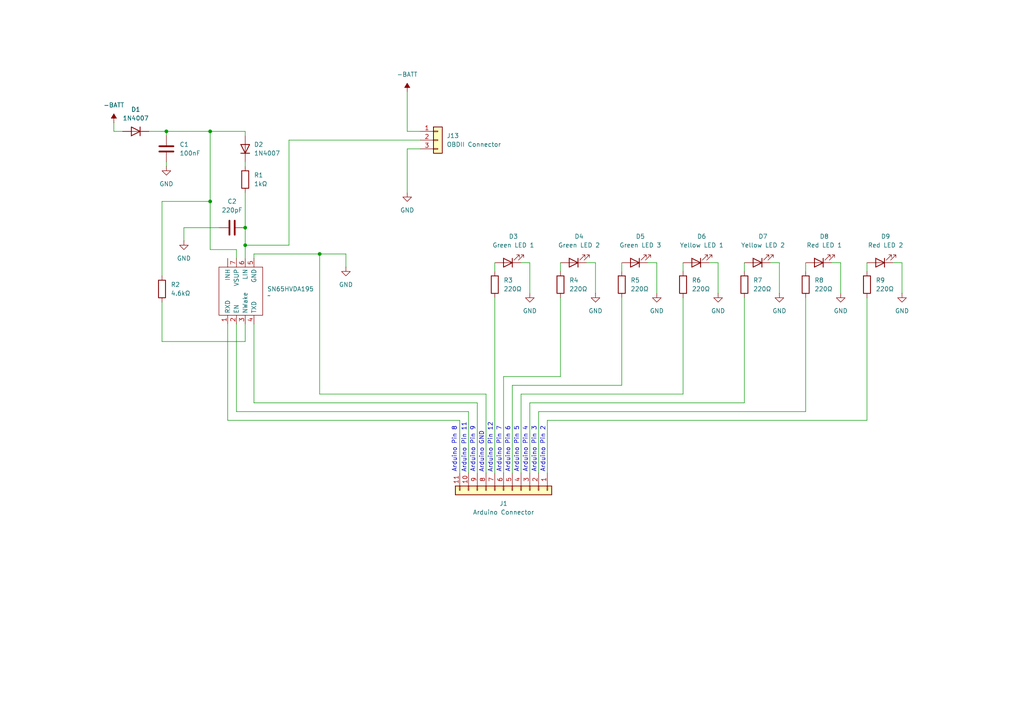
<source format=kicad_sch>
(kicad_sch (version 20231120) (generator "eeschema") (generator_version "8.0")
  (paper "A4")
  (title_block (title "DIY Shift Indicator") (date "2024-06-30") (rev "V1.0"))
  (lib_symbols
    (symbol "Connector_Generic:Conn_01x03" (pin_names (offset 1.016) hide)
      (property "Reference" "J" (at 0 5.08 0))
      (property "Value" "Conn_01x03" (at 0 -5.08 0))
      (symbol "Conn_01x03_1_1"
        (rectangle (start -1.27 -2.413) (end 0 -2.667) (stroke (width 0.1524)))
        (rectangle (start -1.27 0.127) (end 0 -0.127) (stroke (width 0.1524)))
        (rectangle (start -1.27 2.667) (end 0 2.413) (stroke (width 0.1524)))
        (rectangle (start -1.27 3.81) (end 1.27 -3.81) (stroke (width 0.254)) (fill (type background)))
        (pin passive line (at -5.08 2.54 0) (length 3.81) (name "Pin_1") (number "1"))
        (pin passive line (at -5.08 0 0) (length 3.81) (name "Pin_2") (number "2"))
        (pin passive line (at -5.08 -2.54 0) (length 3.81) (name "Pin_3") (number "3"))
      )
    )
    (symbol "Connector_Generic:Conn_01x11" (pin_names (offset 1.016) hide)
      (property "Reference" "J" (at 0 15.24 0))
      (property "Value" "Conn_01x11" (at 0 -15.24 0))
      (symbol "Conn_01x11_1_1"
        (rectangle (start -1.27 -12.573) (end 0 -12.827) (stroke (width 0.1524)))
        (rectangle (start -1.27 -10.033) (end 0 -10.287) (stroke (width 0.1524)))
        (rectangle (start -1.27 -7.493) (end 0 -7.747) (stroke (width 0.1524)))
        (rectangle (start -1.27 -4.953) (end 0 -5.207) (stroke (width 0.1524)))
        (rectangle (start -1.27 -2.413) (end 0 -2.667) (stroke (width 0.1524)))
        (rectangle (start -1.27 0.127) (end 0 -0.127) (stroke (width 0.1524)))
        (rectangle (start -1.27 2.667) (end 0 2.413) (stroke (width 0.1524)))
        (rectangle (start -1.27 5.207) (end 0 4.953) (stroke (width 0.1524)))
        (rectangle (start -1.27 7.747) (end 0 7.493) (stroke (width 0.1524)))
        (rectangle (start -1.27 10.287) (end 0 10.033) (stroke (width 0.1524)))
        (rectangle (start -1.27 12.827) (end 0 12.573) (stroke (width 0.1524)))
        (rectangle (start -1.27 13.97) (end 1.27 -13.97) (stroke (width 0.254)) (fill (type background)))
        (pin passive line (at -5.08 12.7 0) (length 3.81) (name "Pin_1") (number "1"))
        (pin passive line (at -5.08 -10.16 0) (length 3.81) (name "Pin_10") (number "10"))
        (pin passive line (at -5.08 -12.7 0) (length 3.81) (name "Pin_11") (number "11"))
        (pin passive line (at -5.08 10.16 0) (length 3.81) (name "Pin_2") (number "2"))
        (pin passive line (at -5.08 7.62 0) (length 3.81) (name "Pin_3") (number "3"))
        (pin passive line (at -5.08 5.08 0) (length 3.81) (name "Pin_4") (number "4"))
        (pin passive line (at -5.08 2.54 0) (length 3.81) (name "Pin_5") (number "5"))
        (pin passive line (at -5.08 0 0) (length 3.81) (name "Pin_6") (number "6"))
        (pin passive line (at -5.08 -2.54 0) (length 3.81) (name "Pin_7") (number "7"))
        (pin passive line (at -5.08 -5.08 0) (length 3.81) (name "Pin_8") (number "8"))
        (pin passive line (at -5.08 -7.62 0) (length 3.81) (name "Pin_9") (number "9"))
      )
    )
    (symbol "Custom:SN65HVDA195"
      (property "Reference" "SN65HVDA195" (at 0 0 0))
      (symbol "SN65HVDA195_0_1"
        (rectangle (start -7.62 -2.54) (end 6.35 -15.24))
      )
      (symbol "SN65HVDA195_1_1"
        (pin output line (at 8.89 -5.08 180) (length 2.54) (name "INH") (number ""))
        (pin output line (at -10.16 -5.08 0) (length 2.54) (name "RXD") (number "1"))
        (pin input line (at -10.16 -7.62 0) (length 2.54) (name "EN") (number "2"))
        (pin input line (at -10.16 -10.16 0) (length 2.54) (name "NWake") (number "3"))
        (pin input line (at -10.16 -12.7 0) (length 2.54) (name "TXD") (number "4"))
        (pin power_in line (at 8.89 -12.7 180) (length 2.54) (name "GND") (number "5"))
        (pin bidirectional line (at 8.89 -10.16 180) (length 2.54) (name "LIN") (number "6"))
        (pin power_in line (at 8.89 -7.62 180) (length 2.54) (name "VSUP") (number "7"))
      )
    )
    (symbol "Device:C" (pin_numbers hide) (pin_names (offset 0.254))
      (property "Reference" "C" (at 0.635 2.54 0))
      (property "Value" "C" (at 0.635 -2.54 0))
      (symbol "C_0_1"
        (polyline (pts (xy -2.032 -0.762) (xy 2.032 -0.762)) (stroke (width 0.508)))
        (polyline (pts (xy -2.032 0.762) (xy 2.032 0.762)) (stroke (width 0.508)))
      )
      (symbol "C_1_1"
        (pin passive line (at 0 3.81 270) (length 2.794) (name "~") (number "1"))
        (pin passive line (at 0 -3.81 90) (length 2.794) (name "~") (number "2"))
      )
    )
    (symbol "Device:LED" (pin_numbers hide) (pin_names (offset 1.016) hide)
      (property "Reference" "D" (at 0 2.54 0))
      (property "Value" "LED" (at 0 -2.54 0))
      (symbol "LED_0_1"
        (polyline (pts (xy -1.27 -1.27) (xy -1.27 1.27)) (stroke (width 0.254)))
        (polyline (pts (xy -1.27 0) (xy 1.27 0)))
        (polyline (pts (xy 1.27 -1.27) (xy 1.27 1.27) (xy -1.27 0) (xy 1.27 -1.27)) (stroke (width 0.254)))
        (polyline (pts (xy -3.048 -0.762) (xy -4.572 -2.286) (xy -3.81 -2.286) (xy -4.572 -2.286) (xy -4.572 -1.524)))
        (polyline (pts (xy -1.778 -0.762) (xy -3.302 -2.286) (xy -2.54 -2.286) (xy -3.302 -2.286) (xy -3.302 -1.524)))
      )
      (symbol "LED_1_1"
        (pin passive line (at -3.81 0 0) (length 2.54) (name "K") (number "1"))
        (pin passive line (at 3.81 0 180) (length 2.54) (name "A") (number "2"))
      )
    )
    (symbol "Device:R" (pin_numbers hide) (pin_names (offset 0))
      (property "Reference" "R" (at 2.032 0 90))
      (property "Value" "R" (at 0 0 90))
      (symbol "R_0_1"
        (rectangle (start -1.016 -2.54) (end 1.016 2.54) (stroke (width 0.254)))
      )
      (symbol "R_1_1"
        (pin passive line (at 0 3.81 270) (length 1.27) (name "~") (number "1"))
        (pin passive line (at 0 -3.81 90) (length 1.27) (name "~") (number "2"))
      )
    )
    (symbol "Diode:1N4007" (pin_numbers hide) (pin_names hide)
      (property "Reference" "D" (at 0 2.54 0))
      (property "Value" "1N4007" (at 0 -2.54 0))
      (symbol "1N4007_0_1"
        (polyline (pts (xy -1.27 1.27) (xy -1.27 -1.27)) (stroke (width 0.254)))
        (polyline (pts (xy 1.27 0) (xy -1.27 0)))
        (polyline (pts (xy 1.27 1.27) (xy 1.27 -1.27) (xy -1.27 0) (xy 1.27 1.27)) (stroke (width 0.254)))
      )
      (symbol "1N4007_1_1"
        (pin passive line (at -3.81 0 0) (length 2.54) (name "K") (number "1"))
        (pin passive line (at 3.81 0 180) (length 2.54) (name "A") (number "2"))
      )
    )
    (symbol "power:-BATT" (power) (pin_numbers hide) (pin_names (offset 0) hide)
      (property "Value" "-BATT" (at 0 3.556 0))
      (symbol "-BATT_0_1"
        (polyline (pts (xy 0 0) (xy 0 2.54)))
        (polyline (pts (xy 0.762 1.27) (xy -0.762 1.27) (xy 0 2.54) (xy 0.762 1.27)) (fill (type outline)))
      )
      (symbol "-BATT_1_1"
        (pin power_in line (at 0 0 90) (length 0) (name "~") (number "1"))
      )
    )
    (symbol "power:GND" (power) (pin_numbers hide) (pin_names (offset 0) hide)
      (property "Value" "GND" (at 0 -3.81 0))
      (symbol "GND_0_1"
        (polyline (pts (xy 0 0) (xy 0 -1.27) (xy 1.27 -1.27) (xy 0 -2.54) (xy -1.27 -1.27) (xy 0 -1.27)))
      )
      (symbol "GND_1_1"
        (pin power_in line (at 0 0 270) (length 0) (name "~") (number "1"))
      )
    )
  )
  (junction (at 60.96 38.1))
  (junction (at 60.96 58.42))
  (junction (at 92.71 73.66))
  (junction (at 71.12 66.04))
  (junction (at 48.26 38.1))
  (junction (at 71.12 71.12))
  (wire (pts (xy 162.56 76.2) (xy 162.56 78.74)))
  (wire (pts (xy 233.68 76.2) (xy 233.68 78.74)))
  (wire (pts (xy 190.5 76.2) (xy 190.5 85.09)))
  (wire (pts (xy 251.46 86.36) (xy 251.46 121.92)))
  (wire (pts (xy 187.96 76.2) (xy 190.5 76.2)))
  (wire (pts (xy 71.12 46.99) (xy 71.12 48.26)))
  (wire (pts (xy 68.58 72.39) (xy 60.96 72.39)))
  (wire (pts (xy 153.67 116.84) (xy 153.67 137.16)))
  (wire (pts (xy 68.58 119.38) (xy 135.89 119.38)))
  (wire (pts (xy 92.71 114.3) (xy 140.97 114.3)))
  (wire (pts (xy 226.06 76.2) (xy 226.06 85.09)))
  (wire (pts (xy 140.97 114.3) (xy 140.97 137.16)))
  (wire (pts (xy 233.68 119.38) (xy 156.21 119.38)))
  (wire (pts (xy 73.66 73.66) (xy 73.66 74.93)))
  (wire (pts (xy 158.75 121.92) (xy 158.75 137.16)))
  (wire (pts (xy 215.9 86.36) (xy 215.9 116.84)))
  (wire (pts (xy 66.04 121.92) (xy 133.35 121.92)))
  (wire (pts (xy 100.33 73.66) (xy 100.33 77.47)))
  (wire (pts (xy 146.05 109.22) (xy 146.05 137.16)))
  (wire (pts (xy 71.12 71.12) (xy 71.12 74.93)))
  (wire (pts (xy 68.58 74.93) (xy 68.58 72.39)))
  (wire (pts (xy 48.26 38.1) (xy 43.18 38.1)))
  (wire (pts (xy 92.71 73.66) (xy 92.71 114.3)))
  (wire (pts (xy 118.11 43.18) (xy 118.11 55.88)))
  (wire (pts (xy 63.5 66.04) (xy 53.34 66.04)))
  (wire (pts (xy 71.12 39.37) (xy 71.12 38.1)))
  (wire (pts (xy 35.56 38.1) (xy 33.02 38.1)))
  (wire (pts (xy 33.02 38.1) (xy 33.02 35.56)))
  (wire (pts (xy 151.13 114.3) (xy 151.13 137.16)))
  (wire (pts (xy 92.71 73.66) (xy 100.33 73.66)))
  (wire (pts (xy 71.12 99.06) (xy 71.12 93.98)))
  (wire (pts (xy 198.12 114.3) (xy 151.13 114.3)))
  (wire (pts (xy 66.04 93.98) (xy 66.04 121.92)))
  (wire (pts (xy 135.89 119.38) (xy 135.89 137.16)))
  (wire (pts (xy 46.99 58.42) (xy 60.96 58.42)))
  (wire (pts (xy 156.21 119.38) (xy 156.21 137.16)))
  (wire (pts (xy 205.74 76.2) (xy 208.28 76.2)))
  (wire (pts (xy 180.34 76.2) (xy 180.34 78.74)))
  (wire (pts (xy 143.51 86.36) (xy 143.51 137.16)))
  (wire (pts (xy 170.18 76.2) (xy 172.72 76.2)))
  (wire (pts (xy 172.72 76.2) (xy 172.72 85.09)))
  (wire (pts (xy 48.26 48.26) (xy 48.26 46.99)))
  (wire (pts (xy 138.43 116.84) (xy 138.43 137.16)))
  (wire (pts (xy 48.26 39.37) (xy 48.26 38.1)))
  (wire (pts (xy 83.82 40.64) (xy 83.82 71.12)))
  (wire (pts (xy 208.28 76.2) (xy 208.28 85.09)))
  (wire (pts (xy 151.13 76.2) (xy 153.67 76.2)))
  (wire (pts (xy 121.92 40.64) (xy 83.82 40.64)))
  (wire (pts (xy 48.26 38.1) (xy 60.96 38.1)))
  (wire (pts (xy 233.68 86.36) (xy 233.68 119.38)))
  (wire (pts (xy 73.66 116.84) (xy 138.43 116.84)))
  (wire (pts (xy 46.99 99.06) (xy 71.12 99.06)))
  (wire (pts (xy 215.9 76.2) (xy 215.9 78.74)))
  (wire (pts (xy 198.12 86.36) (xy 198.12 114.3)))
  (wire (pts (xy 68.58 93.98) (xy 68.58 119.38)))
  (wire (pts (xy 60.96 58.42) (xy 60.96 72.39)))
  (wire (pts (xy 73.66 73.66) (xy 92.71 73.66)))
  (wire (pts (xy 118.11 26.67) (xy 118.11 38.1)))
  (wire (pts (xy 83.82 71.12) (xy 71.12 71.12)))
  (wire (pts (xy 153.67 76.2) (xy 153.67 85.09)))
  (wire (pts (xy 60.96 38.1) (xy 60.96 58.42)))
  (wire (pts (xy 60.96 38.1) (xy 71.12 38.1)))
  (wire (pts (xy 148.59 111.76) (xy 148.59 137.16)))
  (wire (pts (xy 198.12 76.2) (xy 198.12 78.74)))
  (wire (pts (xy 73.66 93.98) (xy 73.66 116.84)))
  (wire (pts (xy 53.34 66.04) (xy 53.34 69.85)))
  (wire (pts (xy 223.52 76.2) (xy 226.06 76.2)))
  (wire (pts (xy 251.46 121.92) (xy 158.75 121.92)))
  (wire (pts (xy 251.46 76.2) (xy 251.46 78.74)))
  (wire (pts (xy 259.08 76.2) (xy 261.62 76.2)))
  (wire (pts (xy 180.34 86.36) (xy 180.34 111.76)))
  (wire (pts (xy 143.51 76.2) (xy 143.51 78.74)))
  (wire (pts (xy 261.62 76.2) (xy 261.62 85.09)))
  (wire (pts (xy 46.99 80.01) (xy 46.99 58.42)))
  (wire (pts (xy 243.84 76.2) (xy 243.84 85.09)))
  (wire (pts (xy 241.3 76.2) (xy 243.84 76.2)))
  (wire (pts (xy 162.56 109.22) (xy 146.05 109.22)))
  (wire (pts (xy 121.92 38.1) (xy 118.11 38.1)))
  (wire (pts (xy 71.12 55.88) (xy 71.12 66.04)))
  (wire (pts (xy 215.9 116.84) (xy 153.67 116.84)))
  (wire (pts (xy 71.12 66.04) (xy 71.12 71.12)))
  (wire (pts (xy 162.56 86.36) (xy 162.56 109.22)))
  (wire (pts (xy 180.34 111.76) (xy 148.59 111.76)))
  (wire (pts (xy 133.35 121.92) (xy 133.35 137.16)))
  (wire (pts (xy 121.92 43.18) (xy 118.11 43.18)))
  (wire (pts (xy 46.99 87.63) (xy 46.99 99.06)))
  (text "Arduino Pin 12" (at 142.24 129.794 90) (effects (font (size 1.27 1.27))))
  (text "Arduino Pin 8" (at 131.826 130.302 90) (effects (font (size 1.27 1.27))))
  (text "Arduino Pin 2" (at 157.48 130.302 90) (effects (font (size 1.27 1.27))))
  (text "Arduino GND" (at 139.7 131.064 90) (effects (font (size 1.27 1.27))))
  (text "Arduino Pin 11" (at 134.62 129.794 90) (effects (font (size 1.27 1.27))))
  (text "Arduino Pin 3" (at 154.94 130.302 90) (effects (font (size 1.27 1.27))))
  (text "Arduino Pin 4" (at 152.4 130.302 90) (effects (font (size 1.27 1.27))))
  (text "Arduino Pin 6" (at 147.32 130.302 90) (effects (font (size 1.27 1.27))))
  (text "Arduino Pin 5" (at 149.86 130.302 90) (effects (font (size 1.27 1.27))))
  (text "Arduino Pin 7" (at 144.78 130.302 90) (effects (font (size 1.27 1.27))))
  (text "Arduino Pin 9" (at 137.16 130.302 90) (effects (font (size 1.27 1.27))))
  (symbol (lib_id "Device:LED") (at 219.71 76.2 180) (unit 1)
    (property "Reference" "D7" (at 221.2975 68.58 0))
    (property "Value" "Yellow LED 2" (at 221.2975 71.12 0))
    (property "Footprint" "LED_SMD:LED_0603_1608Metric_Pad1.05x0.95mm_HandSolder" (effects (hide yes)))
    (property "Description" "Light emitting diode" (effects (hide yes)))
  )
  (symbol (lib_id "power:GND") (at 226.06 85.09 0) (unit 1)
    (property "Reference" "#PWR09" (effects (hide yes)))
    (property "Value" "GND" (at 226.06 90.17 0))
    (property "Description" "Power symbol creates a global label with name \"GND\" , ground" (effects (hide yes)))
  )
  (symbol (lib_id "Device:LED") (at 184.15 76.2 180) (unit 1)
    (property "Reference" "D5" (at 185.7375 68.58 0))
    (property "Value" "Green LED 3" (at 185.7375 71.12 0))
    (property "Footprint" "LED_SMD:LED_0603_1608Metric_Pad1.05x0.95mm_HandSolder" (effects (hide yes)))
    (property "Description" "Light emitting diode" (effects (hide yes)))
  )
  (symbol (lib_id "Device:C") (at 48.26 43.18 0) (unit 1)
    (property "Reference" "C1" (at 52.07 41.9099 0) (effects (justify left)))
    (property "Value" "100nF" (at 52.07 44.4499 0) (effects (justify left)))
    (property "Footprint" "Capacitor_SMD:C_0603_1608Metric_Pad1.08x0.95mm_HandSolder" (effects (hide yes)))
    (property "Description" "Unpolarized capacitor" (effects (hide yes)))
  )
  (symbol (lib_id "Connector_Generic:Conn_01x11") (at 146.05 142.24 270) (unit 1)
    (property "Reference" "J1" (at 146.05 146.05 90))
    (property "Value" "Arduino Connector" (at 146.05 148.59 90))
    (property "Description" "Generic connector, single row, 01x11, script generated (kicad-library-utils/schlib/autogen/connector/)" (effects (hide yes)))
  )
  (symbol (lib_id "power:GND") (at 172.72 85.09 0) (unit 1)
    (property "Reference" "#PWR06" (effects (hide yes)))
    (property "Value" "GND" (at 172.72 90.17 0))
    (property "Description" "Power symbol creates a global label with name \"GND\" , ground" (effects (hide yes)))
  )
  (symbol (lib_id "Device:R") (at 162.56 82.55 0) (unit 1)
    (property "Reference" "R4" (at 165.1 81.2799 0) (effects (justify left)))
    (property "Value" "220Ω" (at 165.1 83.8199 0) (effects (justify left)))
    (property "Footprint" "Resistor_SMD:R_0603_1608Metric_Pad0.98x0.95mm_HandSolder" (effects (hide yes)))
    (property "Description" "Resistor" (effects (hide yes)))
  )
  (symbol (lib_id "Device:R") (at 198.12 82.55 0) (unit 1)
    (property "Reference" "R6" (at 200.66 81.2799 0) (effects (justify left)))
    (property "Value" "220Ω" (at 200.66 83.8199 0) (effects (justify left)))
    (property "Footprint" "Resistor_SMD:R_0603_1608Metric_Pad0.98x0.95mm_HandSolder" (effects (hide yes)))
    (property "Description" "Resistor" (effects (hide yes)))
  )
  (symbol (lib_id "power:GND") (at 261.62 85.09 0) (unit 1)
    (property "Reference" "#PWR011" (effects (hide yes)))
    (property "Value" "GND" (at 261.62 90.17 0))
    (property "Description" "Power symbol creates a global label with name \"GND\" , ground" (effects (hide yes)))
  )
  (symbol (lib_id "power:GND") (at 153.67 85.09 0) (unit 1)
    (property "Reference" "#PWR05" (effects (hide yes)))
    (property "Value" "GND" (at 153.67 90.17 0))
    (property "Description" "Power symbol creates a global label with name \"GND\" , ground" (effects (hide yes)))
  )
  (symbol (lib_id "Device:LED") (at 237.49 76.2 180) (unit 1)
    (property "Reference" "D8" (at 239.0775 68.58 0))
    (property "Value" "Red LED 1" (at 239.0775 71.12 0))
    (property "Footprint" "LED_SMD:LED_0603_1608Metric_Pad1.05x0.95mm_HandSolder" (effects (hide yes)))
    (property "Description" "Light emitting diode" (effects (hide yes)))
  )
  (symbol (lib_id "Custom:SN65HVDA195") (at 60.96 83.82 90) (unit 1)
    (property "Reference" "SN65HVDA195" (at 77.47 83.8199 90) (effects (justify right)))
    (property "Value" "~" (at 77.47 85.725 90) (effects (justify right)))
    (property "Footprint" "Package_SO:SOIC-8_3.9x4.9mm_P1.27mm" (effects (hide yes)))
  )
  (symbol (lib_id "Device:C") (at 67.31 66.04 90) (unit 1)
    (property "Reference" "C2" (at 67.31 58.42 90))
    (property "Value" "220pF" (at 67.31 60.96 90))
    (property "Footprint" "Capacitor_SMD:C_0603_1608Metric_Pad1.08x0.95mm_HandSolder" (effects (hide yes)))
    (property "Description" "Unpolarized capacitor" (effects (hide yes)))
  )
  (symbol (lib_id "Device:R") (at 180.34 82.55 0) (unit 1)
    (property "Reference" "R5" (at 182.88 81.2799 0) (effects (justify left)))
    (property "Value" "220Ω" (at 182.88 83.8199 0) (effects (justify left)))
    (property "Footprint" "Resistor_SMD:R_0603_1608Metric_Pad0.98x0.95mm_HandSolder" (effects (hide yes)))
    (property "Description" "Resistor" (effects (hide yes)))
  )
  (symbol (lib_id "Device:R") (at 251.46 82.55 0) (unit 1)
    (property "Reference" "R9" (at 254 81.2799 0) (effects (justify left)))
    (property "Value" "220Ω" (at 254 83.8199 0) (effects (justify left)))
    (property "Footprint" "Resistor_SMD:R_0603_1608Metric_Pad0.98x0.95mm_HandSolder" (effects (hide yes)))
    (property "Description" "Resistor" (effects (hide yes)))
  )
  (symbol (lib_id "Device:R") (at 143.51 82.55 0) (unit 1)
    (property "Reference" "R3" (at 146.05 81.2799 0) (effects (justify left)))
    (property "Value" "220Ω" (at 146.05 83.8199 0) (effects (justify left)))
    (property "Footprint" "Resistor_SMD:R_0603_1608Metric_Pad0.98x0.95mm_HandSolder" (effects (hide yes)))
    (property "Description" "Resistor" (effects (hide yes)))
  )
  (symbol (lib_id "Diode:1N4007") (at 39.37 38.1 180) (unit 1)
    (property "Reference" "D1" (at 39.37 31.75 0))
    (property "Value" "1N4007" (at 39.37 34.29 0))
    (property "Footprint" "Diode_THT:D_DO-41_SOD81_P10.16mm_Horizontal" (effects (hide yes)))
    (property "Datasheet" "http://www.vishay.com/docs/88503/1n4001.pdf" (effects (hide yes)))
    (property "Description" "1000V 1A General Purpose Rectifier Diode, DO-41" (effects (hide yes)))
    (property "Sim.Device" "D" (effects (hide yes)))
    (property "Sim.Pins" "1=K 2=A" (effects (hide yes)))
  )
  (symbol (lib_id "power:GND") (at 243.84 85.09 0) (unit 1)
    (property "Reference" "#PWR010" (effects (hide yes)))
    (property "Value" "GND" (at 243.84 90.17 0))
    (property "Description" "Power symbol creates a global label with name \"GND\" , ground" (effects (hide yes)))
  )
  (symbol (lib_id "Device:R") (at 233.68 82.55 0) (unit 1)
    (property "Reference" "R8" (at 236.22 81.2799 0) (effects (justify left)))
    (property "Value" "220Ω" (at 236.22 83.8199 0) (effects (justify left)))
    (property "Footprint" "Resistor_SMD:R_0603_1608Metric_Pad0.98x0.95mm_HandSolder" (effects (hide yes)))
    (property "Description" "Resistor" (effects (hide yes)))
  )
  (symbol (lib_id "Device:R") (at 215.9 82.55 0) (unit 1)
    (property "Reference" "R7" (at 218.44 81.2799 0) (effects (justify left)))
    (property "Value" "220Ω" (at 218.44 83.8199 0) (effects (justify left)))
    (property "Footprint" "Resistor_SMD:R_0603_1608Metric_Pad0.98x0.95mm_HandSolder" (effects (hide yes)))
    (property "Description" "Resistor" (effects (hide yes)))
  )
  (symbol (lib_id "power:-BATT") (at 118.11 26.67 0) (unit 1)
    (property "Reference" "#PWR013" (effects (hide yes)))
    (property "Value" "-BATT" (at 118.11 21.59 0))
    (property "Description" "Power symbol creates a global label with name \"-BATT\"" (effects (hide yes)))
  )
  (symbol (lib_id "Connector_Generic:Conn_01x03") (at 127 40.64 0) (unit 1)
    (property "Reference" "J13" (at 129.54 39.3699 0) (effects (justify left)))
    (property "Value" "OBDII Connector" (at 129.54 41.9099 0) (effects (justify left)))
    (property "Description" "Generic connector, single row, 01x03, script generated (kicad-library-utils/schlib/autogen/connector/)" (effects (hide yes)))
  )
  (symbol (lib_id "Device:LED") (at 255.27 76.2 180) (unit 1)
    (property "Reference" "D9" (at 256.8575 68.58 0))
    (property "Value" "Red LED 2" (at 256.8575 71.12 0))
    (property "Footprint" "LED_SMD:LED_0603_1608Metric_Pad1.05x0.95mm_HandSolder" (effects (hide yes)))
    (property "Description" "Light emitting diode" (effects (hide yes)))
  )
  (symbol (lib_id "Device:LED") (at 166.37 76.2 180) (unit 1)
    (property "Reference" "D4" (at 167.9575 68.58 0))
    (property "Value" "Green LED 2" (at 167.9575 71.12 0))
    (property "Footprint" "LED_SMD:LED_0603_1608Metric_Pad1.05x0.95mm_HandSolder" (effects (hide yes)))
    (property "Description" "Light emitting diode" (effects (hide yes)))
  )
  (symbol (lib_id "power:-BATT") (at 33.02 35.56 0) (unit 1)
    (property "Reference" "#PWR01" (effects (hide yes)))
    (property "Value" "-BATT" (at 33.02 30.48 0))
    (property "Description" "Power symbol creates a global label with name \"-BATT\"" (effects (hide yes)))
  )
  (symbol (lib_id "Device:R") (at 71.12 52.07 0) (unit 1)
    (property "Reference" "R1" (at 73.66 50.7999 0) (effects (justify left)))
    (property "Value" "1kΩ" (at 73.66 53.3399 0) (effects (justify left)))
    (property "Footprint" "Resistor_SMD:R_0603_1608Metric_Pad0.98x0.95mm_HandSolder" (effects (hide yes)))
    (property "Description" "Resistor" (effects (hide yes)))
  )
  (symbol (lib_id "power:GND") (at 118.11 55.88 0) (unit 1)
    (property "Reference" "#PWR012" (effects (hide yes)))
    (property "Value" "GND" (at 118.11 60.96 0))
    (property "Description" "Power symbol creates a global label with name \"GND\" , ground" (effects (hide yes)))
  )
  (symbol (lib_id "power:GND") (at 100.33 77.47 0) (unit 1)
    (property "Reference" "#PWR03" (effects (hide yes)))
    (property "Value" "GND" (at 100.33 82.55 0))
    (property "Description" "Power symbol creates a global label with name \"GND\" , ground" (effects (hide yes)))
  )
  (symbol (lib_id "power:GND") (at 190.5 85.09 0) (unit 1)
    (property "Reference" "#PWR07" (effects (hide yes)))
    (property "Value" "GND" (at 190.5 90.17 0))
    (property "Description" "Power symbol creates a global label with name \"GND\" , ground" (effects (hide yes)))
  )
  (symbol (lib_id "Device:LED") (at 147.32 76.2 180) (unit 1)
    (property "Reference" "D3" (at 148.9075 68.58 0))
    (property "Value" "Green LED 1" (at 148.9075 71.12 0))
    (property "Footprint" "LED_SMD:LED_0603_1608Metric_Pad1.05x0.95mm_HandSolder" (effects (hide yes)))
    (property "Description" "Light emitting diode" (effects (hide yes)))
  )
  (symbol (lib_id "power:GND") (at 208.28 85.09 0) (unit 1)
    (property "Reference" "#PWR08" (effects (hide yes)))
    (property "Value" "GND" (at 208.28 90.17 0))
    (property "Description" "Power symbol creates a global label with name \"GND\" , ground" (effects (hide yes)))
  )
  (symbol (lib_id "Device:R") (at 46.99 83.82 180) (unit 1)
    (property "Reference" "R2" (at 49.53 82.5499 0) (effects (justify right)))
    (property "Value" "4.6kΩ" (at 49.53 85.0899 0) (effects (justify right)))
    (property "Footprint" "Resistor_SMD:R_0603_1608Metric_Pad0.98x0.95mm_HandSolder" (effects (hide yes)))
    (property "Description" "Resistor" (effects (hide yes)))
  )
  (symbol (lib_id "power:GND") (at 53.34 69.85 0) (unit 1)
    (property "Reference" "#PWR04" (effects (hide yes)))
    (property "Value" "GND" (at 53.34 74.93 0))
    (property "Description" "Power symbol creates a global label with name \"GND\" , ground" (effects (hide yes)))
  )
  (symbol (lib_id "Device:LED") (at 201.93 76.2 180) (unit 1)
    (property "Reference" "D6" (at 203.5175 68.58 0))
    (property "Value" "Yellow LED 1" (at 203.5175 71.12 0))
    (property "Footprint" "LED_SMD:LED_0603_1608Metric_Pad1.05x0.95mm_HandSolder" (effects (hide yes)))
    (property "Description" "Light emitting diode" (effects (hide yes)))
  )
  (symbol (lib_id "Diode:1N4007") (at 71.12 43.18 90) (unit 1)
    (property "Reference" "D2" (at 73.66 41.9099 90) (effects (justify right)))
    (property "Value" "1N4007" (at 73.66 44.4499 90) (effects (justify right)))
    (property "Footprint" "Diode_THT:D_DO-41_SOD81_P10.16mm_Horizontal" (effects (hide yes)))
    (property "Datasheet" "http://www.vishay.com/docs/88503/1n4001.pdf" (effects (hide yes)))
    (property "Description" "1000V 1A General Purpose Rectifier Diode, DO-41" (effects (hide yes)))
    (property "Sim.Device" "D" (effects (hide yes)))
    (property "Sim.Pins" "1=K 2=A" (effects (hide yes)))
  )
  (symbol (lib_id "power:GND") (at 48.26 48.26 0) (unit 1)
    (property "Reference" "#PWR02" (effects (hide yes)))
    (property "Value" "GND" (at 48.26 53.34 0))
    (property "Description" "Power symbol creates a global label with name \"GND\" , ground" (effects (hide yes)))
  )
)
</source>
